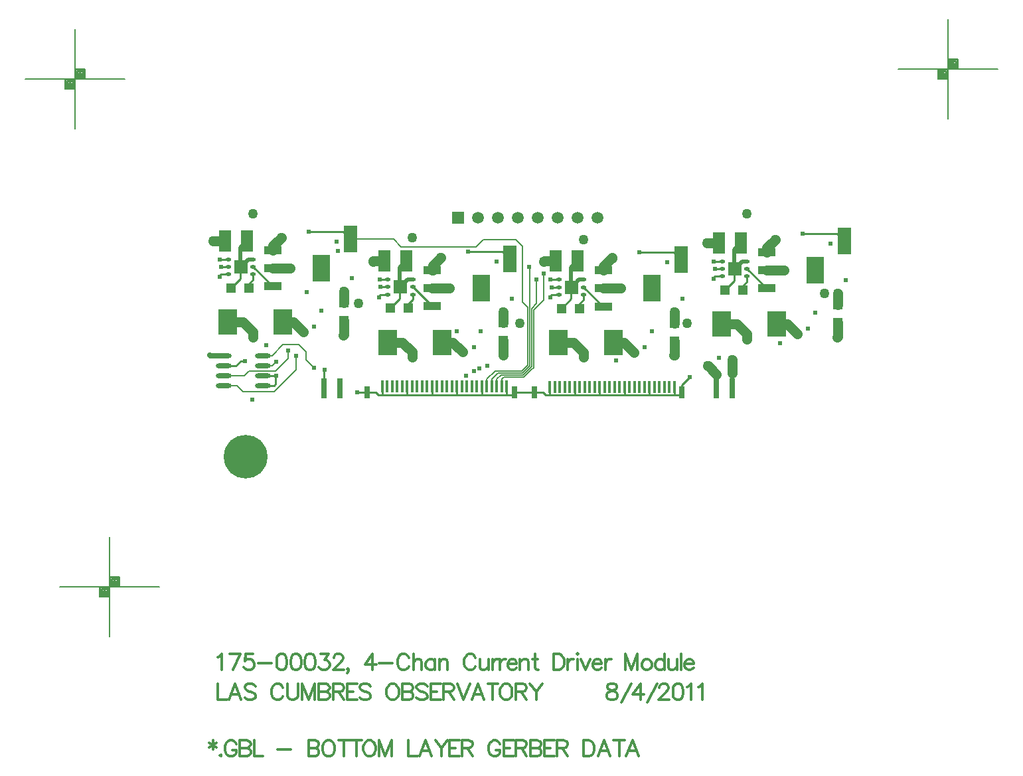
<source format=gbl>
%FSLAX23Y23*%
%MOIN*%
G70*
G01*
G75*
G04 Layer_Physical_Order=6*
G04 Layer_Color=16711680*
%ADD10R,0.014X0.060*%
%ADD11R,0.030X0.100*%
%ADD12R,0.031X0.060*%
%ADD13R,0.070X0.135*%
%ADD14R,0.050X0.050*%
%ADD15R,0.036X0.036*%
%ADD16R,0.028X0.036*%
%ADD17R,0.078X0.048*%
%ADD18R,0.050X0.050*%
%ADD19R,0.213X0.114*%
%ADD20R,0.039X0.063*%
%ADD21C,0.005*%
%ADD22C,0.010*%
%ADD23C,0.020*%
%ADD24C,0.025*%
%ADD25C,0.050*%
%ADD26C,0.100*%
%ADD27C,0.012*%
%ADD28C,0.008*%
%ADD29C,0.012*%
%ADD30C,0.012*%
%ADD31C,0.020*%
%ADD32C,0.059*%
%ADD33R,0.059X0.059*%
%ADD34C,0.219*%
%ADD35C,0.028*%
%ADD36C,0.024*%
%ADD37C,0.050*%
%ADD38C,0.040*%
%ADD39C,0.075*%
%ADD40C,0.206*%
G04:AMPARAMS|DCode=41|XSize=73mil|YSize=73mil|CornerRadius=0mil|HoleSize=0mil|Usage=FLASHONLY|Rotation=0.000|XOffset=0mil|YOffset=0mil|HoleType=Round|Shape=Relief|Width=10mil|Gap=10mil|Entries=4|*
%AMTHD41*
7,0,0,0.073,0.053,0.010,45*
%
%ADD41THD41*%
G04:AMPARAMS|DCode=42|XSize=70mil|YSize=70mil|CornerRadius=0mil|HoleSize=0mil|Usage=FLASHONLY|Rotation=0.000|XOffset=0mil|YOffset=0mil|HoleType=Round|Shape=Relief|Width=10mil|Gap=10mil|Entries=4|*
%AMTHD42*
7,0,0,0.070,0.050,0.010,45*
%
%ADD42THD42*%
G04:AMPARAMS|DCode=43|XSize=88mil|YSize=88mil|CornerRadius=0mil|HoleSize=0mil|Usage=FLASHONLY|Rotation=0.000|XOffset=0mil|YOffset=0mil|HoleType=Round|Shape=Relief|Width=10mil|Gap=10mil|Entries=4|*
%AMTHD43*
7,0,0,0.088,0.068,0.010,45*
%
%ADD43THD43*%
%ADD44C,0.068*%
%ADD45C,0.053*%
%ADD46O,0.079X0.024*%
%ADD47R,0.063X0.106*%
%ADD48R,0.094X0.130*%
%ADD49R,0.085X0.043*%
%ADD50R,0.085X0.043*%
%ADD51R,0.085X0.138*%
%ADD52R,0.067X0.067*%
%ADD53O,0.028X0.018*%
D10*
X33449Y18602D02*
D03*
X33424D02*
D03*
X33399D02*
D03*
X33374D02*
D03*
X33349D02*
D03*
X33324D02*
D03*
X33299D02*
D03*
X33274D02*
D03*
X33249D02*
D03*
X33224D02*
D03*
X33199D02*
D03*
X33174D02*
D03*
X33149D02*
D03*
X33124D02*
D03*
X33099D02*
D03*
X33074D02*
D03*
X33049D02*
D03*
X33024D02*
D03*
X32999D02*
D03*
X32974D02*
D03*
X32949D02*
D03*
X32924D02*
D03*
X32899D02*
D03*
X32874D02*
D03*
X32849D02*
D03*
X32824D02*
D03*
X32608Y18603D02*
D03*
X32583D02*
D03*
X32558D02*
D03*
X32533D02*
D03*
X32508D02*
D03*
X32483D02*
D03*
X32458D02*
D03*
X32433D02*
D03*
X32408D02*
D03*
X32383D02*
D03*
X32358D02*
D03*
X32333D02*
D03*
X32308D02*
D03*
X32283D02*
D03*
X32258D02*
D03*
X32233D02*
D03*
X32208D02*
D03*
X32183D02*
D03*
X32158D02*
D03*
X32133D02*
D03*
X32108D02*
D03*
X32083D02*
D03*
X32058D02*
D03*
X32033D02*
D03*
X32008D02*
D03*
X31983D02*
D03*
D11*
X31691Y18593D02*
D03*
X31770D02*
D03*
X33661Y18593D02*
D03*
X33740D02*
D03*
D12*
X33486Y18575D02*
D03*
X32746D02*
D03*
X31906D02*
D03*
X32646D02*
D03*
D13*
X34302Y19334D02*
D03*
X33482Y19242D02*
D03*
X32623Y19243D02*
D03*
X31822Y19344D02*
D03*
D14*
X31312Y19097D02*
D03*
X31222D02*
D03*
X32113Y18996D02*
D03*
X32023D02*
D03*
X32972Y18995D02*
D03*
X32882D02*
D03*
X33792Y19087D02*
D03*
X33702D02*
D03*
D18*
X31789Y18934D02*
D03*
Y19024D02*
D03*
X32590Y18833D02*
D03*
Y18923D02*
D03*
X33449Y18832D02*
D03*
Y18922D02*
D03*
X34269Y18924D02*
D03*
Y19014D02*
D03*
D21*
X31384Y18708D02*
X31431D01*
X31451Y18728D01*
X31384Y18758D02*
X31430D01*
X31485Y18813D01*
X31563D01*
X31600Y18776D01*
Y18737D02*
Y18776D01*
Y18737D02*
X31639Y18698D01*
X31291Y18658D02*
X31315Y18682D01*
X31448D01*
X31510Y18744D01*
Y18784D01*
X31187Y18608D02*
X31253D01*
X31284Y18577D01*
X31440D01*
X31550Y18687D01*
Y18757D01*
X31187Y18658D02*
X31291D01*
X32721Y19203D02*
X32722Y19202D01*
Y18707D02*
Y19202D01*
X32687Y19306D02*
X32688Y19307D01*
X32687Y19026D02*
Y19306D01*
X32653Y19342D02*
X32688Y19307D01*
X32491Y19342D02*
X32653D01*
X32454Y19305D02*
X32491Y19342D01*
X32078Y19305D02*
X32454D01*
X32039Y19344D02*
X32078Y19305D01*
X31822Y19344D02*
X32039D01*
X32792Y19037D02*
Y19172D01*
X32757Y19019D02*
Y19139D01*
X32742Y18987D02*
X32792Y19037D01*
X32732Y18994D02*
X32757Y19019D01*
X32687Y19026D02*
X32712Y19001D01*
X32742Y18698D02*
Y18987D01*
X32739Y18695D02*
X32742Y18698D01*
X32739Y18695D02*
Y18695D01*
X32736Y18693D02*
X32739Y18695D01*
X32736Y18693D02*
Y18693D01*
X32733Y18690D02*
X32736Y18693D01*
X32733Y18690D02*
Y18690D01*
X32732Y18703D02*
Y18994D01*
X32729Y18700D02*
X32732Y18703D01*
X32729Y18700D02*
Y18700D01*
X32726Y18697D02*
X32729Y18700D01*
X32726Y18697D02*
Y18697D01*
X32719Y18704D02*
X32722Y18707D01*
X32719Y18704D02*
Y18704D01*
X32712Y18711D02*
Y19001D01*
X32695Y18651D02*
X32733Y18690D01*
X32594Y18651D02*
X32695D01*
X32691Y18661D02*
X32726Y18697D01*
X32579Y18661D02*
X32691D01*
X32686Y18671D02*
X32719Y18704D01*
X32682Y18681D02*
X32712Y18711D01*
X32549Y18681D02*
X32682D01*
X32508Y18640D02*
X32549Y18681D01*
X32508Y18603D02*
Y18640D01*
X32564Y18671D02*
X32686D01*
X32533Y18640D02*
X32564Y18671D01*
X32533Y18603D02*
Y18640D01*
X32558D02*
X32579Y18661D01*
X32558Y18603D02*
Y18640D01*
X32583D02*
X32594Y18651D01*
X32583Y18603D02*
Y18640D01*
D22*
X31983Y18562D02*
Y18603D01*
X31858Y18575D02*
X31906D01*
X32746D02*
X32791D01*
X33486Y18610D02*
X33526Y18650D01*
X33486Y18575D02*
Y18610D01*
X31858Y18575D02*
X31858Y18575D01*
X31983Y18562D02*
X31983Y18562D01*
X31983Y18562D02*
X32108D01*
X31963D02*
X31983D01*
X31448Y18658D02*
X31449Y18657D01*
X32136Y19040D02*
Y19065D01*
X32113Y19017D02*
X32136Y19040D01*
X32113Y18996D02*
Y19017D01*
X32358Y18562D02*
X32608D01*
X31384Y18658D02*
X31448D01*
X31187Y18708D02*
X31248D01*
X31448Y18616D02*
Y18658D01*
X31440Y18608D02*
X31448Y18616D01*
X31384Y18608D02*
X31440D01*
X31691Y18593D02*
Y18684D01*
X31272Y18732D02*
X31293D01*
X31248Y18708D02*
X31272Y18732D01*
X31691Y18684D02*
X31693Y18686D01*
X32108Y18562D02*
X32233D01*
X32108D02*
Y18603D01*
X32233Y18562D02*
X32358D01*
X32233D02*
Y18603D01*
X32358Y18562D02*
Y18603D01*
X32483Y18563D02*
Y18603D01*
X32608Y18562D02*
X32633D01*
X32608D02*
Y18603D01*
X32824Y18563D02*
Y18602D01*
X32949Y18562D02*
X33074D01*
X32804D02*
X32949D01*
Y18602D01*
X33074Y18562D02*
X33199D01*
X33074D02*
Y18602D01*
X33199Y18562D02*
X33324D01*
X33199D02*
Y18602D01*
X33324Y18562D02*
X33449D01*
X33324D02*
Y18602D01*
X33449Y18562D02*
X33473D01*
X33449D02*
Y18602D01*
X33473Y18562D02*
X33486Y18575D01*
X32791D02*
X32804Y18562D01*
X32646Y18575D02*
X32746D01*
X32633Y18562D02*
X32646Y18575D01*
X31950D02*
X31963Y18562D01*
X31906Y18575D02*
X31950D01*
X31168Y19242D02*
X31169Y19241D01*
X31209D01*
X31160Y19153D02*
X31174Y19166D01*
X31166Y19153D02*
X31169Y19150D01*
X31160Y19153D02*
X31166D01*
X31174Y19166D02*
X31209D01*
X31270Y19202D02*
X31272Y19204D01*
X31270Y19145D02*
Y19202D01*
X31222Y19097D02*
X31270Y19145D01*
X31786Y19380D02*
X31822Y19344D01*
X31612Y19380D02*
X31786D01*
X31432Y19107D02*
X31434D01*
X31335Y19204D02*
X31432Y19107D01*
X31335Y19141D02*
Y19166D01*
X31312Y19118D02*
X31335Y19141D01*
X31312Y19097D02*
Y19118D01*
X31172Y19204D02*
X31209D01*
X32023Y18996D02*
X32071Y19044D01*
Y19101D01*
X32073Y19103D01*
X32136D02*
X32233Y19006D01*
X31969Y19141D02*
X31970Y19140D01*
X32010D01*
X31973Y19103D02*
X32010D01*
X31961Y19052D02*
X31975Y19065D01*
X31967Y19052D02*
X31970Y19049D01*
X31961Y19052D02*
X31967D01*
X31975Y19065D02*
X32010D01*
X32413Y19279D02*
X32587D01*
X32233Y19006D02*
X32235D01*
X32587Y19279D02*
X32623Y19243D01*
X32882Y18995D02*
X32930Y19043D01*
Y19100D01*
X32932Y19102D01*
X32972Y19016D02*
X32995Y19039D01*
Y19064D01*
Y19102D02*
X33092Y19005D01*
X32828Y19140D02*
X32829Y19139D01*
X32869D01*
X32832Y19102D02*
X32869D01*
X32820Y19051D02*
X32834Y19064D01*
X32826Y19051D02*
X32829Y19048D01*
X32820Y19051D02*
X32826D01*
X32834Y19064D02*
X32869D01*
X33272Y19278D02*
X33446D01*
X33092Y19005D02*
X33094D01*
X32972Y18995D02*
Y19016D01*
X33446Y19278D02*
X33482Y19242D01*
X33702Y19087D02*
X33750Y19135D01*
Y19192D01*
X33752Y19194D01*
X33792Y19108D02*
X33815Y19131D01*
Y19156D01*
Y19194D02*
X33912Y19097D01*
X33648Y19232D02*
X33649Y19231D01*
X33689D01*
X33652Y19194D02*
X33689D01*
X33640Y19143D02*
X33654Y19156D01*
X33640Y19143D02*
X33646D01*
X33649Y19140D01*
X33654Y19156D02*
X33689D01*
X34092Y19370D02*
X34266D01*
X33912Y19097D02*
X33914D01*
X33792Y19087D02*
Y19108D01*
X34266Y19370D02*
X34302Y19334D01*
D23*
X33661Y18593D02*
Y18664D01*
X33740Y18593D02*
Y18670D01*
X33739Y18594D02*
X33740Y18593D01*
X31270Y19202D02*
Y19301D01*
X31272Y19204D02*
X31310Y19241D01*
X31335D01*
X31270Y19301D02*
X31304Y19335D01*
X32071Y19101D02*
Y19200D01*
X32073Y19103D02*
X32111Y19140D01*
X32136D01*
X32071Y19200D02*
X32105Y19234D01*
X32930Y19100D02*
Y19199D01*
X32932Y19102D02*
X32970Y19139D01*
X32995D01*
X32930Y19199D02*
X32964Y19233D01*
X33750Y19192D02*
Y19291D01*
X33752Y19194D02*
X33790Y19231D01*
X33815D01*
X33750Y19291D02*
X33784Y19325D01*
D24*
X31120Y18758D02*
X31187D01*
X31118Y18760D02*
X31120Y18758D01*
D25*
X32338Y18825D02*
X32387Y18776D01*
X31332Y18851D02*
Y18877D01*
X31283Y18926D02*
X31332Y18877D01*
X31537Y18926D02*
X31586Y18877D01*
X31482Y18926D02*
X31537D01*
X33618Y18706D02*
X33619D01*
X33661Y18664D01*
X33740Y18737D02*
X33740Y18737D01*
X33740Y18670D02*
Y18737D01*
X31135Y19333D02*
X31137Y19335D01*
X31194D01*
X31435Y19310D02*
X31476Y19351D01*
X31477Y19350D01*
X31435Y19289D02*
Y19310D01*
X31434Y19288D02*
X31435Y19289D01*
X31208Y18926D02*
X31283D01*
X31434Y19198D02*
X31434Y19198D01*
X31520D01*
X31788Y18862D02*
X31789Y18863D01*
Y18934D01*
Y19024D02*
Y19079D01*
X32589Y18761D02*
X32590Y18762D01*
Y18833D01*
Y18923D02*
Y18978D01*
X32235Y19097D02*
X32235Y19097D01*
X32321D01*
X32235Y19187D02*
X32236Y19188D01*
Y19209D01*
X32277Y19250D01*
X32278Y19249D01*
X32084Y18825D02*
X32133Y18776D01*
Y18750D02*
Y18776D01*
X32009Y18825D02*
X32084D01*
X32283D02*
X32338D01*
X31936Y19232D02*
X31938Y19234D01*
X31995D01*
X33448Y18760D02*
X33449Y18761D01*
Y18832D01*
Y18922D02*
Y18977D01*
X33094Y19096D02*
X33094Y19096D01*
X33180D01*
X33094Y19186D02*
X33095Y19187D01*
Y19208D01*
X33136Y19249D01*
X33137Y19248D01*
X32943Y18824D02*
X32992Y18775D01*
Y18749D02*
Y18775D01*
X32868Y18824D02*
X32943D01*
X33142D02*
X33197D01*
X33246Y18775D01*
X32795Y19231D02*
X32797Y19233D01*
X32854D01*
X34268Y18852D02*
X34269Y18853D01*
Y18924D01*
Y19014D02*
Y19069D01*
X33914Y19188D02*
X33914Y19188D01*
X34000D01*
X33914Y19278D02*
X33915Y19279D01*
Y19300D01*
X33956Y19341D01*
X33957Y19340D01*
X33763Y18916D02*
X33812Y18867D01*
Y18841D02*
Y18867D01*
X33688Y18916D02*
X33763D01*
X33962D02*
X34017D01*
X34066Y18867D01*
X33615Y19323D02*
X33617Y19325D01*
X33674D01*
D27*
X31132Y16826D02*
Y16781D01*
X31113Y16815D02*
X31151Y16792D01*
Y16815D02*
X31113Y16792D01*
X31172Y16754D02*
X31168Y16750D01*
X31172Y16746D01*
X31175Y16750D01*
X31172Y16754D01*
X31250Y16807D02*
X31246Y16815D01*
X31239Y16822D01*
X31231Y16826D01*
X31216D01*
X31208Y16822D01*
X31200Y16815D01*
X31197Y16807D01*
X31193Y16796D01*
Y16777D01*
X31197Y16765D01*
X31200Y16758D01*
X31208Y16750D01*
X31216Y16746D01*
X31231D01*
X31239Y16750D01*
X31246Y16758D01*
X31250Y16765D01*
Y16777D01*
X31231D02*
X31250D01*
X31268Y16826D02*
Y16746D01*
Y16826D02*
X31303D01*
X31314Y16822D01*
X31318Y16819D01*
X31322Y16811D01*
Y16803D01*
X31318Y16796D01*
X31314Y16792D01*
X31303Y16788D01*
X31268D02*
X31303D01*
X31314Y16784D01*
X31318Y16781D01*
X31322Y16773D01*
Y16762D01*
X31318Y16754D01*
X31314Y16750D01*
X31303Y16746D01*
X31268D01*
X31339Y16826D02*
Y16746D01*
X31385D01*
X31457Y16781D02*
X31525D01*
X31612Y16826D02*
Y16746D01*
Y16826D02*
X31646D01*
X31658Y16822D01*
X31661Y16819D01*
X31665Y16811D01*
Y16803D01*
X31661Y16796D01*
X31658Y16792D01*
X31646Y16788D01*
X31612D02*
X31646D01*
X31658Y16784D01*
X31661Y16781D01*
X31665Y16773D01*
Y16762D01*
X31661Y16754D01*
X31658Y16750D01*
X31646Y16746D01*
X31612D01*
X31706Y16826D02*
X31698Y16822D01*
X31691Y16815D01*
X31687Y16807D01*
X31683Y16796D01*
Y16777D01*
X31687Y16765D01*
X31691Y16758D01*
X31698Y16750D01*
X31706Y16746D01*
X31721D01*
X31729Y16750D01*
X31736Y16758D01*
X31740Y16765D01*
X31744Y16777D01*
Y16796D01*
X31740Y16807D01*
X31736Y16815D01*
X31729Y16822D01*
X31721Y16826D01*
X31706D01*
X31789D02*
Y16746D01*
X31763Y16826D02*
X31816D01*
X31852D02*
Y16746D01*
X31825Y16826D02*
X31879D01*
X31911D02*
X31904Y16822D01*
X31896Y16815D01*
X31892Y16807D01*
X31888Y16796D01*
Y16777D01*
X31892Y16765D01*
X31896Y16758D01*
X31904Y16750D01*
X31911Y16746D01*
X31926D01*
X31934Y16750D01*
X31942Y16758D01*
X31945Y16765D01*
X31949Y16777D01*
Y16796D01*
X31945Y16807D01*
X31942Y16815D01*
X31934Y16822D01*
X31926Y16826D01*
X31911D01*
X31968D02*
Y16746D01*
Y16826D02*
X31998Y16746D01*
X32029Y16826D02*
X31998Y16746D01*
X32029Y16826D02*
Y16746D01*
X32115Y16826D02*
Y16746D01*
X32160D01*
X32230D02*
X32200Y16826D01*
X32169Y16746D01*
X32180Y16773D02*
X32219D01*
X32249Y16826D02*
X32279Y16788D01*
Y16746D01*
X32310Y16826D02*
X32279Y16788D01*
X32369Y16826D02*
X32320D01*
Y16746D01*
X32369D01*
X32320Y16788D02*
X32350D01*
X32383Y16826D02*
Y16746D01*
Y16826D02*
X32417D01*
X32428Y16822D01*
X32432Y16819D01*
X32436Y16811D01*
Y16803D01*
X32432Y16796D01*
X32428Y16792D01*
X32417Y16788D01*
X32383D01*
X32409D02*
X32436Y16746D01*
X32574Y16807D02*
X32570Y16815D01*
X32562Y16822D01*
X32555Y16826D01*
X32540D01*
X32532Y16822D01*
X32524Y16815D01*
X32521Y16807D01*
X32517Y16796D01*
Y16777D01*
X32521Y16765D01*
X32524Y16758D01*
X32532Y16750D01*
X32540Y16746D01*
X32555D01*
X32562Y16750D01*
X32570Y16758D01*
X32574Y16765D01*
Y16777D01*
X32555D02*
X32574D01*
X32642Y16826D02*
X32592D01*
Y16746D01*
X32642D01*
X32592Y16788D02*
X32623D01*
X32655Y16826D02*
Y16746D01*
Y16826D02*
X32689D01*
X32701Y16822D01*
X32705Y16819D01*
X32708Y16811D01*
Y16803D01*
X32705Y16796D01*
X32701Y16792D01*
X32689Y16788D01*
X32655D01*
X32682D02*
X32708Y16746D01*
X32726Y16826D02*
Y16746D01*
Y16826D02*
X32761D01*
X32772Y16822D01*
X32776Y16819D01*
X32780Y16811D01*
Y16803D01*
X32776Y16796D01*
X32772Y16792D01*
X32761Y16788D01*
X32726D02*
X32761D01*
X32772Y16784D01*
X32776Y16781D01*
X32780Y16773D01*
Y16762D01*
X32776Y16754D01*
X32772Y16750D01*
X32761Y16746D01*
X32726D01*
X32847Y16826D02*
X32797D01*
Y16746D01*
X32847D01*
X32797Y16788D02*
X32828D01*
X32860Y16826D02*
Y16746D01*
Y16826D02*
X32895D01*
X32906Y16822D01*
X32910Y16819D01*
X32914Y16811D01*
Y16803D01*
X32910Y16796D01*
X32906Y16792D01*
X32895Y16788D01*
X32860D01*
X32887D02*
X32914Y16746D01*
X32994Y16826D02*
Y16746D01*
Y16826D02*
X33021D01*
X33032Y16822D01*
X33040Y16815D01*
X33044Y16807D01*
X33048Y16796D01*
Y16777D01*
X33044Y16765D01*
X33040Y16758D01*
X33032Y16750D01*
X33021Y16746D01*
X32994D01*
X33127D02*
X33096Y16826D01*
X33066Y16746D01*
X33077Y16773D02*
X33115D01*
X33172Y16826D02*
Y16746D01*
X33145Y16826D02*
X33199D01*
X33269Y16746D02*
X33239Y16826D01*
X33208Y16746D01*
X33219Y16773D02*
X33258D01*
D28*
X34575Y20198D02*
X35075D01*
X34825Y19948D02*
Y20448D01*
X34875Y20198D02*
Y20248D01*
X34825D02*
X34875D01*
X34775Y20148D02*
Y20198D01*
Y20148D02*
X34825D01*
X34780Y20193D02*
X34820D01*
X34780Y20153D02*
Y20193D01*
Y20153D02*
X34820D01*
Y20193D01*
X34785Y20188D02*
X34815D01*
X34785Y20158D02*
Y20188D01*
Y20158D02*
X34815D01*
Y20183D01*
X34790D02*
X34810D01*
X34790Y20163D02*
Y20183D01*
Y20163D02*
X34810D01*
Y20178D01*
X34795D02*
X34805D01*
X34795Y20168D02*
Y20178D01*
Y20168D02*
X34805D01*
Y20178D01*
X34795Y20173D02*
X34805D01*
X34830Y20243D02*
X34870D01*
X34830Y20203D02*
Y20243D01*
Y20203D02*
X34870D01*
Y20243D01*
X34835Y20238D02*
X34865D01*
X34835Y20208D02*
Y20238D01*
Y20208D02*
X34865D01*
Y20233D01*
X34840D02*
X34860D01*
X34840Y20213D02*
Y20233D01*
Y20213D02*
X34860D01*
Y20228D01*
X34845D02*
X34855D01*
X34845Y20218D02*
Y20228D01*
Y20218D02*
X34855D01*
Y20228D01*
X34845Y20223D02*
X34855D01*
X30190Y20148D02*
X30690D01*
X30440Y19898D02*
Y20398D01*
X30490Y20148D02*
Y20198D01*
X30440D02*
X30490D01*
X30390Y20098D02*
Y20148D01*
Y20098D02*
X30440D01*
X30395Y20143D02*
X30435D01*
X30395Y20103D02*
Y20143D01*
Y20103D02*
X30435D01*
Y20143D01*
X30400Y20138D02*
X30430D01*
X30400Y20108D02*
Y20138D01*
Y20108D02*
X30430D01*
Y20133D01*
X30405D02*
X30425D01*
X30405Y20113D02*
Y20133D01*
Y20113D02*
X30425D01*
Y20128D01*
X30410D02*
X30420D01*
X30410Y20118D02*
Y20128D01*
Y20118D02*
X30420D01*
Y20128D01*
X30410Y20123D02*
X30420D01*
X30445Y20193D02*
X30485D01*
X30445Y20153D02*
Y20193D01*
Y20153D02*
X30485D01*
Y20193D01*
X30450Y20188D02*
X30480D01*
X30450Y20158D02*
Y20188D01*
Y20158D02*
X30480D01*
Y20183D01*
X30455D02*
X30475D01*
X30455Y20163D02*
Y20183D01*
Y20163D02*
X30475D01*
Y20178D01*
X30460D02*
X30470D01*
X30460Y20168D02*
Y20178D01*
Y20168D02*
X30470D01*
Y20178D01*
X30460Y20173D02*
X30470D01*
X30363Y17598D02*
X30863D01*
X30613Y17348D02*
Y17848D01*
X30663Y17598D02*
Y17648D01*
X30613D02*
X30663D01*
X30563Y17548D02*
Y17598D01*
Y17548D02*
X30613D01*
X30568Y17593D02*
X30608D01*
X30568Y17553D02*
Y17593D01*
Y17553D02*
X30608D01*
Y17593D01*
X30573Y17588D02*
X30603D01*
X30573Y17558D02*
Y17588D01*
Y17558D02*
X30603D01*
Y17583D01*
X30578D02*
X30598D01*
X30578Y17563D02*
Y17583D01*
Y17563D02*
X30598D01*
Y17578D01*
X30583D02*
X30593D01*
X30583Y17568D02*
Y17578D01*
Y17568D02*
X30593D01*
Y17578D01*
X30583Y17573D02*
X30593D01*
X30618Y17643D02*
X30658D01*
X30618Y17603D02*
Y17643D01*
Y17603D02*
X30658D01*
Y17643D01*
X30623Y17638D02*
X30653D01*
X30623Y17608D02*
Y17638D01*
Y17608D02*
X30653D01*
Y17633D01*
X30628D02*
X30648D01*
X30628Y17613D02*
Y17633D01*
Y17613D02*
X30648D01*
Y17628D01*
X30633D02*
X30643D01*
X30633Y17618D02*
Y17628D01*
Y17618D02*
X30643D01*
Y17628D01*
X30633Y17623D02*
X30643D01*
D29*
X31158Y17244D02*
X31166Y17248D01*
X31177Y17259D01*
Y17179D01*
X31270Y17259D02*
X31232Y17179D01*
X31217Y17259D02*
X31270D01*
X31334D02*
X31296D01*
X31292Y17225D01*
X31296Y17229D01*
X31307Y17233D01*
X31319D01*
X31330Y17229D01*
X31338Y17221D01*
X31341Y17210D01*
Y17202D01*
X31338Y17191D01*
X31330Y17183D01*
X31319Y17179D01*
X31307D01*
X31296Y17183D01*
X31292Y17187D01*
X31288Y17195D01*
X31359Y17214D02*
X31428D01*
X31474Y17259D02*
X31463Y17256D01*
X31455Y17244D01*
X31452Y17225D01*
Y17214D01*
X31455Y17195D01*
X31463Y17183D01*
X31474Y17179D01*
X31482D01*
X31493Y17183D01*
X31501Y17195D01*
X31505Y17214D01*
Y17225D01*
X31501Y17244D01*
X31493Y17256D01*
X31482Y17259D01*
X31474D01*
X31546D02*
X31534Y17256D01*
X31527Y17244D01*
X31523Y17225D01*
Y17214D01*
X31527Y17195D01*
X31534Y17183D01*
X31546Y17179D01*
X31553D01*
X31565Y17183D01*
X31572Y17195D01*
X31576Y17214D01*
Y17225D01*
X31572Y17244D01*
X31565Y17256D01*
X31553Y17259D01*
X31546D01*
X31617D02*
X31605Y17256D01*
X31598Y17244D01*
X31594Y17225D01*
Y17214D01*
X31598Y17195D01*
X31605Y17183D01*
X31617Y17179D01*
X31624D01*
X31636Y17183D01*
X31644Y17195D01*
X31647Y17214D01*
Y17225D01*
X31644Y17244D01*
X31636Y17256D01*
X31624Y17259D01*
X31617D01*
X31673D02*
X31715D01*
X31692Y17229D01*
X31703D01*
X31711Y17225D01*
X31715Y17221D01*
X31719Y17210D01*
Y17202D01*
X31715Y17191D01*
X31707Y17183D01*
X31696Y17179D01*
X31684D01*
X31673Y17183D01*
X31669Y17187D01*
X31665Y17195D01*
X31740Y17240D02*
Y17244D01*
X31744Y17252D01*
X31748Y17256D01*
X31755Y17259D01*
X31771D01*
X31778Y17256D01*
X31782Y17252D01*
X31786Y17244D01*
Y17237D01*
X31782Y17229D01*
X31775Y17217D01*
X31736Y17179D01*
X31790D01*
X31815Y17183D02*
X31811Y17179D01*
X31808Y17183D01*
X31811Y17187D01*
X31815Y17183D01*
Y17176D01*
X31811Y17168D01*
X31808Y17164D01*
X31934Y17259D02*
X31896Y17206D01*
X31953D01*
X31934Y17259D02*
Y17179D01*
X31967Y17214D02*
X32035D01*
X32116Y17240D02*
X32112Y17248D01*
X32105Y17256D01*
X32097Y17259D01*
X32082D01*
X32074Y17256D01*
X32067Y17248D01*
X32063Y17240D01*
X32059Y17229D01*
Y17210D01*
X32063Y17198D01*
X32067Y17191D01*
X32074Y17183D01*
X32082Y17179D01*
X32097D01*
X32105Y17183D01*
X32112Y17191D01*
X32116Y17198D01*
X32139Y17259D02*
Y17179D01*
Y17217D02*
X32150Y17229D01*
X32158Y17233D01*
X32169D01*
X32177Y17229D01*
X32181Y17217D01*
Y17179D01*
X32247Y17233D02*
Y17179D01*
Y17221D02*
X32240Y17229D01*
X32232Y17233D01*
X32221D01*
X32213Y17229D01*
X32205Y17221D01*
X32201Y17210D01*
Y17202D01*
X32205Y17191D01*
X32213Y17183D01*
X32221Y17179D01*
X32232D01*
X32240Y17183D01*
X32247Y17191D01*
X32269Y17233D02*
Y17179D01*
Y17217D02*
X32280Y17229D01*
X32288Y17233D01*
X32299D01*
X32307Y17229D01*
X32310Y17217D01*
Y17179D01*
X32451Y17240D02*
X32448Y17248D01*
X32440Y17256D01*
X32432Y17259D01*
X32417D01*
X32409Y17256D01*
X32402Y17248D01*
X32398Y17240D01*
X32394Y17229D01*
Y17210D01*
X32398Y17198D01*
X32402Y17191D01*
X32409Y17183D01*
X32417Y17179D01*
X32432D01*
X32440Y17183D01*
X32448Y17191D01*
X32451Y17198D01*
X32474Y17233D02*
Y17195D01*
X32478Y17183D01*
X32485Y17179D01*
X32497D01*
X32504Y17183D01*
X32516Y17195D01*
Y17233D02*
Y17179D01*
X32537Y17233D02*
Y17179D01*
Y17210D02*
X32540Y17221D01*
X32548Y17229D01*
X32556Y17233D01*
X32567D01*
X32574D02*
Y17179D01*
Y17210D02*
X32578Y17221D01*
X32586Y17229D01*
X32593Y17233D01*
X32605D01*
X32612Y17210D02*
X32658D01*
Y17217D01*
X32654Y17225D01*
X32650Y17229D01*
X32643Y17233D01*
X32631D01*
X32624Y17229D01*
X32616Y17221D01*
X32612Y17210D01*
Y17202D01*
X32616Y17191D01*
X32624Y17183D01*
X32631Y17179D01*
X32643D01*
X32650Y17183D01*
X32658Y17191D01*
X32675Y17233D02*
Y17179D01*
Y17217D02*
X32686Y17229D01*
X32694Y17233D01*
X32705D01*
X32713Y17229D01*
X32717Y17217D01*
Y17179D01*
X32749Y17259D02*
Y17195D01*
X32753Y17183D01*
X32761Y17179D01*
X32768D01*
X32738Y17233D02*
X32764D01*
X32843Y17259D02*
Y17179D01*
Y17259D02*
X32869D01*
X32881Y17256D01*
X32888Y17248D01*
X32892Y17240D01*
X32896Y17229D01*
Y17210D01*
X32892Y17198D01*
X32888Y17191D01*
X32881Y17183D01*
X32869Y17179D01*
X32843D01*
X32914Y17233D02*
Y17179D01*
Y17210D02*
X32918Y17221D01*
X32925Y17229D01*
X32933Y17233D01*
X32944D01*
X32959Y17259D02*
X32963Y17256D01*
X32967Y17259D01*
X32963Y17263D01*
X32959Y17259D01*
X32963Y17233D02*
Y17179D01*
X32981Y17233D02*
X33004Y17179D01*
X33026Y17233D02*
X33004Y17179D01*
X33039Y17210D02*
X33085D01*
Y17217D01*
X33081Y17225D01*
X33077Y17229D01*
X33070Y17233D01*
X33058D01*
X33051Y17229D01*
X33043Y17221D01*
X33039Y17210D01*
Y17202D01*
X33043Y17191D01*
X33051Y17183D01*
X33058Y17179D01*
X33070D01*
X33077Y17183D01*
X33085Y17191D01*
X33102Y17233D02*
Y17179D01*
Y17210D02*
X33106Y17221D01*
X33114Y17229D01*
X33121Y17233D01*
X33133D01*
X33203Y17259D02*
Y17179D01*
Y17259D02*
X33233Y17179D01*
X33264Y17259D02*
X33233Y17179D01*
X33264Y17259D02*
Y17179D01*
X33306Y17233D02*
X33298Y17229D01*
X33290Y17221D01*
X33287Y17210D01*
Y17202D01*
X33290Y17191D01*
X33298Y17183D01*
X33306Y17179D01*
X33317D01*
X33325Y17183D01*
X33332Y17191D01*
X33336Y17202D01*
Y17210D01*
X33332Y17221D01*
X33325Y17229D01*
X33317Y17233D01*
X33306D01*
X33399Y17259D02*
Y17179D01*
Y17221D02*
X33392Y17229D01*
X33384Y17233D01*
X33373D01*
X33365Y17229D01*
X33357Y17221D01*
X33354Y17210D01*
Y17202D01*
X33357Y17191D01*
X33365Y17183D01*
X33373Y17179D01*
X33384D01*
X33392Y17183D01*
X33399Y17191D01*
X33421Y17233D02*
Y17195D01*
X33424Y17183D01*
X33432Y17179D01*
X33444D01*
X33451Y17183D01*
X33463Y17195D01*
Y17233D02*
Y17179D01*
X33484Y17259D02*
Y17179D01*
X33500Y17210D02*
X33546D01*
Y17217D01*
X33542Y17225D01*
X33538Y17229D01*
X33531Y17233D01*
X33519D01*
X33512Y17229D01*
X33504Y17221D01*
X33500Y17210D01*
Y17202D01*
X33504Y17191D01*
X33512Y17183D01*
X33519Y17179D01*
X33531D01*
X33538Y17183D01*
X33546Y17191D01*
D30*
X31158Y17109D02*
Y17029D01*
X31204D01*
X31274D02*
X31243Y17109D01*
X31213Y17029D01*
X31224Y17056D02*
X31262D01*
X31346Y17098D02*
X31338Y17106D01*
X31327Y17109D01*
X31311D01*
X31300Y17106D01*
X31292Y17098D01*
Y17090D01*
X31296Y17083D01*
X31300Y17079D01*
X31308Y17075D01*
X31330Y17067D01*
X31338Y17064D01*
X31342Y17060D01*
X31346Y17052D01*
Y17041D01*
X31338Y17033D01*
X31327Y17029D01*
X31311D01*
X31300Y17033D01*
X31292Y17041D01*
X31484Y17090D02*
X31480Y17098D01*
X31472Y17106D01*
X31465Y17109D01*
X31449D01*
X31442Y17106D01*
X31434Y17098D01*
X31430Y17090D01*
X31426Y17079D01*
Y17060D01*
X31430Y17048D01*
X31434Y17041D01*
X31442Y17033D01*
X31449Y17029D01*
X31465D01*
X31472Y17033D01*
X31480Y17041D01*
X31484Y17048D01*
X31506Y17109D02*
Y17052D01*
X31510Y17041D01*
X31517Y17033D01*
X31529Y17029D01*
X31536D01*
X31548Y17033D01*
X31556Y17041D01*
X31559Y17052D01*
Y17109D01*
X31581D02*
Y17029D01*
Y17109D02*
X31612Y17029D01*
X31642Y17109D02*
X31612Y17029D01*
X31642Y17109D02*
Y17029D01*
X31665Y17109D02*
Y17029D01*
Y17109D02*
X31700D01*
X31711Y17106D01*
X31715Y17102D01*
X31719Y17094D01*
Y17086D01*
X31715Y17079D01*
X31711Y17075D01*
X31700Y17071D01*
X31665D02*
X31700D01*
X31711Y17067D01*
X31715Y17064D01*
X31719Y17056D01*
Y17045D01*
X31715Y17037D01*
X31711Y17033D01*
X31700Y17029D01*
X31665D01*
X31736Y17109D02*
Y17029D01*
Y17109D02*
X31771D01*
X31782Y17106D01*
X31786Y17102D01*
X31790Y17094D01*
Y17086D01*
X31786Y17079D01*
X31782Y17075D01*
X31771Y17071D01*
X31736D01*
X31763D02*
X31790Y17029D01*
X31857Y17109D02*
X31808D01*
Y17029D01*
X31857D01*
X31808Y17071D02*
X31838D01*
X31924Y17098D02*
X31916Y17106D01*
X31905Y17109D01*
X31890D01*
X31878Y17106D01*
X31871Y17098D01*
Y17090D01*
X31874Y17083D01*
X31878Y17079D01*
X31886Y17075D01*
X31909Y17067D01*
X31916Y17064D01*
X31920Y17060D01*
X31924Y17052D01*
Y17041D01*
X31916Y17033D01*
X31905Y17029D01*
X31890D01*
X31878Y17033D01*
X31871Y17041D01*
X32027Y17109D02*
X32020Y17106D01*
X32012Y17098D01*
X32008Y17090D01*
X32005Y17079D01*
Y17060D01*
X32008Y17048D01*
X32012Y17041D01*
X32020Y17033D01*
X32027Y17029D01*
X32043D01*
X32050Y17033D01*
X32058Y17041D01*
X32062Y17048D01*
X32066Y17060D01*
Y17079D01*
X32062Y17090D01*
X32058Y17098D01*
X32050Y17106D01*
X32043Y17109D01*
X32027D01*
X32084D02*
Y17029D01*
Y17109D02*
X32118D01*
X32130Y17106D01*
X32134Y17102D01*
X32138Y17094D01*
Y17086D01*
X32134Y17079D01*
X32130Y17075D01*
X32118Y17071D01*
X32084D02*
X32118D01*
X32130Y17067D01*
X32134Y17064D01*
X32138Y17056D01*
Y17045D01*
X32134Y17037D01*
X32130Y17033D01*
X32118Y17029D01*
X32084D01*
X32209Y17098D02*
X32201Y17106D01*
X32190Y17109D01*
X32174D01*
X32163Y17106D01*
X32155Y17098D01*
Y17090D01*
X32159Y17083D01*
X32163Y17079D01*
X32171Y17075D01*
X32193Y17067D01*
X32201Y17064D01*
X32205Y17060D01*
X32209Y17052D01*
Y17041D01*
X32201Y17033D01*
X32190Y17029D01*
X32174D01*
X32163Y17033D01*
X32155Y17041D01*
X32276Y17109D02*
X32227D01*
Y17029D01*
X32276D01*
X32227Y17071D02*
X32257D01*
X32289Y17109D02*
Y17029D01*
Y17109D02*
X32324D01*
X32335Y17106D01*
X32339Y17102D01*
X32343Y17094D01*
Y17086D01*
X32339Y17079D01*
X32335Y17075D01*
X32324Y17071D01*
X32289D01*
X32316D02*
X32343Y17029D01*
X32361Y17109D02*
X32391Y17029D01*
X32422Y17109D02*
X32391Y17029D01*
X32493D02*
X32462Y17109D01*
X32432Y17029D01*
X32443Y17056D02*
X32481D01*
X32538Y17109D02*
Y17029D01*
X32512Y17109D02*
X32565D01*
X32597D02*
X32590Y17106D01*
X32582Y17098D01*
X32578Y17090D01*
X32574Y17079D01*
Y17060D01*
X32578Y17048D01*
X32582Y17041D01*
X32590Y17033D01*
X32597Y17029D01*
X32612D01*
X32620Y17033D01*
X32628Y17041D01*
X32632Y17048D01*
X32635Y17060D01*
Y17079D01*
X32632Y17090D01*
X32628Y17098D01*
X32620Y17106D01*
X32612Y17109D01*
X32597D01*
X32654D02*
Y17029D01*
Y17109D02*
X32688D01*
X32700Y17106D01*
X32703Y17102D01*
X32707Y17094D01*
Y17086D01*
X32703Y17079D01*
X32700Y17075D01*
X32688Y17071D01*
X32654D01*
X32681D02*
X32707Y17029D01*
X32725Y17109D02*
X32756Y17071D01*
Y17029D01*
X32786Y17109D02*
X32756Y17071D01*
X33130Y17109D02*
X33118Y17106D01*
X33114Y17098D01*
Y17090D01*
X33118Y17083D01*
X33126Y17079D01*
X33141Y17075D01*
X33153Y17071D01*
X33160Y17064D01*
X33164Y17056D01*
Y17045D01*
X33160Y17037D01*
X33156Y17033D01*
X33145Y17029D01*
X33130D01*
X33118Y17033D01*
X33114Y17037D01*
X33111Y17045D01*
Y17056D01*
X33114Y17064D01*
X33122Y17071D01*
X33133Y17075D01*
X33149Y17079D01*
X33156Y17083D01*
X33160Y17090D01*
Y17098D01*
X33156Y17106D01*
X33145Y17109D01*
X33130D01*
X33182Y17018D02*
X33235Y17109D01*
X33279D02*
X33241Y17056D01*
X33298D01*
X33279Y17109D02*
Y17029D01*
X33312Y17018D02*
X33365Y17109D01*
X33374Y17090D02*
Y17094D01*
X33378Y17102D01*
X33382Y17106D01*
X33389Y17109D01*
X33405D01*
X33412Y17106D01*
X33416Y17102D01*
X33420Y17094D01*
Y17086D01*
X33416Y17079D01*
X33408Y17067D01*
X33370Y17029D01*
X33424D01*
X33464Y17109D02*
X33453Y17106D01*
X33445Y17094D01*
X33442Y17075D01*
Y17064D01*
X33445Y17045D01*
X33453Y17033D01*
X33464Y17029D01*
X33472D01*
X33484Y17033D01*
X33491Y17045D01*
X33495Y17064D01*
Y17075D01*
X33491Y17094D01*
X33484Y17106D01*
X33472Y17109D01*
X33464D01*
X33513Y17094D02*
X33520Y17098D01*
X33532Y17109D01*
Y17029D01*
X33571Y17094D02*
X33579Y17098D01*
X33591Y17109D01*
Y17029D01*
D31*
X31655Y19158D02*
D03*
Y19198D02*
D03*
Y19237D02*
D03*
X31694D02*
D03*
Y19198D02*
D03*
Y19158D02*
D03*
X32456Y19057D02*
D03*
Y19097D02*
D03*
Y19136D02*
D03*
X32495D02*
D03*
Y19097D02*
D03*
Y19057D02*
D03*
X33315Y19056D02*
D03*
Y19096D02*
D03*
Y19135D02*
D03*
X33354D02*
D03*
Y19096D02*
D03*
Y19056D02*
D03*
X34135Y19148D02*
D03*
Y19188D02*
D03*
Y19227D02*
D03*
X34174D02*
D03*
Y19188D02*
D03*
Y19148D02*
D03*
D32*
X33062Y19451D02*
D03*
X32962D02*
D03*
X32862D02*
D03*
X32762D02*
D03*
X32662D02*
D03*
X32562D02*
D03*
X32462D02*
D03*
D33*
X32362D02*
D03*
D34*
X31298Y18250D02*
D03*
D35*
X31272Y19204D02*
D03*
X32073Y19103D02*
D03*
X32932Y19102D02*
D03*
X33752Y19194D02*
D03*
D36*
X31858Y18575D02*
D03*
X32509Y18707D02*
D03*
X31451Y18728D02*
D03*
X31639Y18698D02*
D03*
X31510Y18784D02*
D03*
X31550Y18757D02*
D03*
X31449Y18657D02*
D03*
X32404Y18656D02*
D03*
X32442Y18680D02*
D03*
X32470Y18695D02*
D03*
X33675Y18746D02*
D03*
X32721Y19203D02*
D03*
X32792Y19172D02*
D03*
X32832Y19102D02*
D03*
X32757Y19139D02*
D03*
X32357Y18881D02*
D03*
X32442Y18802D02*
D03*
X31293Y18732D02*
D03*
X31118Y18760D02*
D03*
X31400Y18811D02*
D03*
X31329Y18538D02*
D03*
X31693Y18686D02*
D03*
X33526Y18650D02*
D03*
X33981Y18821D02*
D03*
X33158Y18734D02*
D03*
X31761Y19284D02*
D03*
X31603Y19076D02*
D03*
X31677Y18983D02*
D03*
X31168Y19242D02*
D03*
X31166Y19153D02*
D03*
X31641Y18903D02*
D03*
X31831Y19146D02*
D03*
X31612Y19380D02*
D03*
X31755Y19330D02*
D03*
X31172Y19204D02*
D03*
X31969Y19141D02*
D03*
X32478Y18882D02*
D03*
X31973Y19103D02*
D03*
X31967Y19052D02*
D03*
X32413Y19279D02*
D03*
X32556Y19229D02*
D03*
X32632Y19045D02*
D03*
X32828Y19140D02*
D03*
X33337Y18881D02*
D03*
X32826Y19051D02*
D03*
X33272Y19278D02*
D03*
X33415Y19228D02*
D03*
X33491Y19044D02*
D03*
X33301Y18801D02*
D03*
X33648Y19232D02*
D03*
X34157Y18973D02*
D03*
X33652Y19194D02*
D03*
X33646Y19143D02*
D03*
X34092Y19370D02*
D03*
X34235Y19320D02*
D03*
X34311Y19136D02*
D03*
X34121Y18893D02*
D03*
D37*
X33618Y18706D02*
D03*
X32387Y18776D02*
D03*
X31332Y18851D02*
D03*
X33740Y18737D02*
D03*
X31135Y19333D02*
D03*
X31477Y19350D02*
D03*
X31586Y18877D02*
D03*
X31520Y19198D02*
D03*
X31788Y18862D02*
D03*
X31789Y19079D02*
D03*
X32589Y18761D02*
D03*
X32590Y18978D02*
D03*
X32321Y19097D02*
D03*
X32278Y19249D02*
D03*
X32133Y18750D02*
D03*
X31936Y19232D02*
D03*
X33448Y18760D02*
D03*
X33449Y18977D02*
D03*
X33180Y19096D02*
D03*
X33137Y19248D02*
D03*
X32992Y18749D02*
D03*
X33246Y18775D02*
D03*
X32795Y19231D02*
D03*
X34268Y18852D02*
D03*
X34269Y19069D02*
D03*
X34000Y19188D02*
D03*
X33957Y19340D02*
D03*
X33812Y18841D02*
D03*
X34066Y18867D02*
D03*
X33615Y19323D02*
D03*
X31332Y19471D02*
D03*
X32132Y19351D02*
D03*
X32992Y19341D02*
D03*
X33812Y19471D02*
D03*
X31862Y19021D02*
D03*
X32672Y18921D02*
D03*
X33512D02*
D03*
X34202Y19071D02*
D03*
D46*
X31384Y18758D02*
D03*
Y18708D02*
D03*
Y18658D02*
D03*
Y18608D02*
D03*
X31187Y18758D02*
D03*
Y18708D02*
D03*
Y18658D02*
D03*
Y18608D02*
D03*
D47*
X31304Y19335D02*
D03*
X31194D02*
D03*
X32105Y19234D02*
D03*
X31995D02*
D03*
X32964Y19233D02*
D03*
X32854D02*
D03*
X33784Y19325D02*
D03*
X33674D02*
D03*
D48*
X31482Y18926D02*
D03*
X31208D02*
D03*
X32283Y18825D02*
D03*
X32009D02*
D03*
X33142Y18824D02*
D03*
X32868D02*
D03*
X33962Y18916D02*
D03*
X33688D02*
D03*
D49*
X31434Y19107D02*
D03*
Y19288D02*
D03*
X32235Y19006D02*
D03*
Y19187D02*
D03*
X33094Y19005D02*
D03*
Y19186D02*
D03*
X33914Y19097D02*
D03*
Y19278D02*
D03*
D50*
X31434Y19198D02*
D03*
X32235Y19097D02*
D03*
X33094Y19096D02*
D03*
X33914Y19188D02*
D03*
D51*
X31678Y19198D02*
D03*
X32479Y19097D02*
D03*
X33338Y19096D02*
D03*
X34158Y19188D02*
D03*
D52*
X31272Y19204D02*
D03*
X32073Y19103D02*
D03*
X32932Y19102D02*
D03*
X33752Y19194D02*
D03*
D53*
X31335Y19166D02*
D03*
Y19204D02*
D03*
Y19241D02*
D03*
X31209D02*
D03*
Y19204D02*
D03*
Y19166D02*
D03*
X32136Y19065D02*
D03*
Y19103D02*
D03*
Y19140D02*
D03*
X32010D02*
D03*
Y19103D02*
D03*
Y19065D02*
D03*
X32995Y19064D02*
D03*
Y19102D02*
D03*
Y19139D02*
D03*
X32869D02*
D03*
Y19102D02*
D03*
Y19064D02*
D03*
X33815Y19156D02*
D03*
Y19194D02*
D03*
Y19231D02*
D03*
X33689D02*
D03*
Y19194D02*
D03*
Y19156D02*
D03*
M02*

</source>
